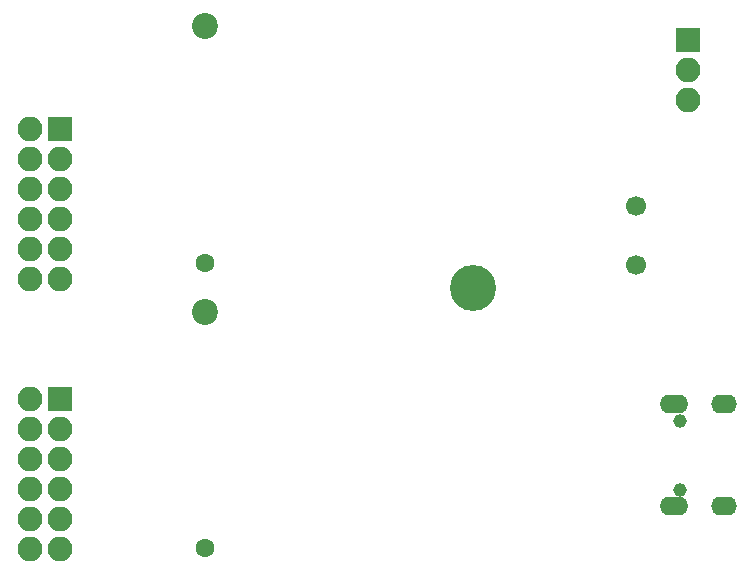
<source format=gbr>
%TF.GenerationSoftware,KiCad,Pcbnew,6.0.11-2627ca5db0~126~ubuntu22.04.1*%
%TF.CreationDate,2023-04-14T13:07:02+07:00*%
%TF.ProjectId,MiSTeX-Pmod,4d695354-6558-42d5-906d-6f642e6b6963,rev?*%
%TF.SameCoordinates,Original*%
%TF.FileFunction,Soldermask,Bot*%
%TF.FilePolarity,Negative*%
%FSLAX46Y46*%
G04 Gerber Fmt 4.6, Leading zero omitted, Abs format (unit mm)*
G04 Created by KiCad (PCBNEW 6.0.11-2627ca5db0~126~ubuntu22.04.1) date 2023-04-14 13:07:02*
%MOMM*%
%LPD*%
G01*
G04 APERTURE LIST*
G04 Aperture macros list*
%AMRoundRect*
0 Rectangle with rounded corners*
0 $1 Rounding radius*
0 $2 $3 $4 $5 $6 $7 $8 $9 X,Y pos of 4 corners*
0 Add a 4 corners polygon primitive as box body*
4,1,4,$2,$3,$4,$5,$6,$7,$8,$9,$2,$3,0*
0 Add four circle primitives for the rounded corners*
1,1,$1+$1,$2,$3*
1,1,$1+$1,$4,$5*
1,1,$1+$1,$6,$7*
1,1,$1+$1,$8,$9*
0 Add four rect primitives between the rounded corners*
20,1,$1+$1,$2,$3,$4,$5,0*
20,1,$1+$1,$4,$5,$6,$7,0*
20,1,$1+$1,$6,$7,$8,$9,0*
20,1,$1+$1,$8,$9,$2,$3,0*%
G04 Aperture macros list end*
%ADD10C,2.200000*%
%ADD11C,1.600000*%
%ADD12C,1.700000*%
%ADD13C,1.150000*%
%ADD14O,2.200000X1.600000*%
%ADD15O,2.400000X1.600000*%
%ADD16RoundRect,0.200000X0.850000X0.850000X-0.850000X0.850000X-0.850000X-0.850000X0.850000X-0.850000X0*%
%ADD17O,2.100000X2.100000*%
%ADD18RoundRect,0.200000X-0.850000X-0.850000X0.850000X-0.850000X0.850000X0.850000X-0.850000X0.850000X0*%
%ADD19C,3.900000*%
%ADD20C,3.000000*%
G04 APERTURE END LIST*
D10*
%TO.C,CN2*%
X132120100Y-74182400D03*
D11*
X132120100Y-94182400D03*
%TD*%
D12*
%TO.C,J2*%
X168598600Y-89409400D03*
X168598600Y-94409400D03*
%TD*%
D13*
%TO.C,J5*%
X172329000Y-113394000D03*
X172329000Y-107594000D03*
D14*
X176029000Y-106164000D03*
X176029000Y-114824000D03*
D15*
X171829000Y-106164000D03*
X171829000Y-114824000D03*
%TD*%
D16*
%TO.C,J1*%
X119875300Y-105714800D03*
D17*
X119875300Y-108254800D03*
X119875300Y-110794800D03*
X119875300Y-113334800D03*
X119875300Y-115874800D03*
X119875300Y-118414800D03*
X117335300Y-105714800D03*
X117335300Y-108254800D03*
X117335300Y-110794800D03*
X117335300Y-113334800D03*
X117335300Y-115874800D03*
X117335300Y-118414800D03*
%TD*%
D18*
%TO.C,J3*%
X173021100Y-75327400D03*
D17*
X173021100Y-77867400D03*
X173021100Y-80407400D03*
%TD*%
D16*
%TO.C,J4*%
X119875300Y-82854800D03*
D17*
X119875300Y-85394800D03*
X119875300Y-87934800D03*
X119875300Y-90474800D03*
X119875300Y-93014800D03*
X119875300Y-95554800D03*
X117335300Y-82854800D03*
X117335300Y-85394800D03*
X117335300Y-87934800D03*
X117335300Y-90474800D03*
X117335300Y-93014800D03*
X117335300Y-95554800D03*
%TD*%
D10*
%TO.C,CN1*%
X132120100Y-98332400D03*
D11*
X132120100Y-118332400D03*
%TD*%
D19*
%TO.C,H1*%
X154820100Y-96322400D03*
D20*
X154820100Y-96322400D03*
%TD*%
M02*

</source>
